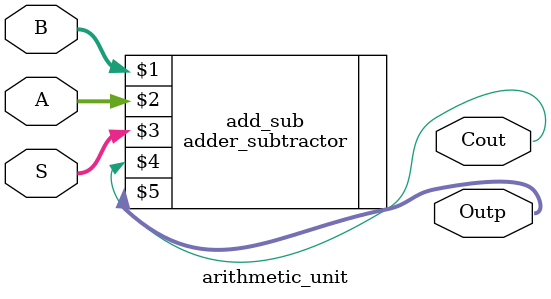
<source format=v>
module arithmetic_unit(A, B, S, Outp, Cout);
input [7: 0] A, B;
input [2: 0] S;
output [7: 0] Outp;
output Cout;

//adder adder_subtractor(X, Y, S, Cout, G);
adder_subtractor add_sub(B, A, S, Cout, Outp);

endmodule

</source>
